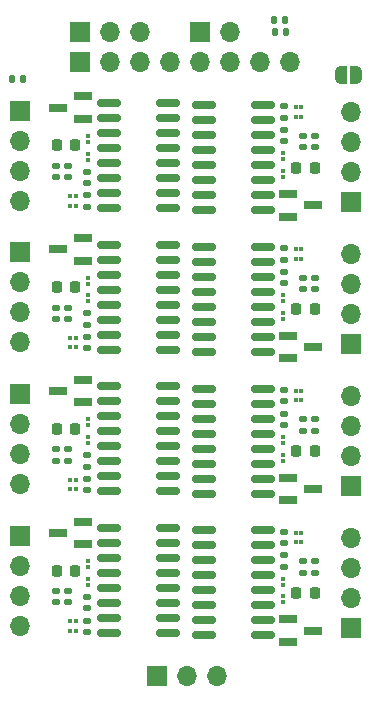
<source format=gts>
%TF.GenerationSoftware,KiCad,Pcbnew,7.0.2-6a45011f42~172~ubuntu22.04.1*%
%TF.CreationDate,2023-05-07T18:17:35+01:00*%
%TF.ProjectId,octoHX711,6f63746f-4858-4373-9131-2e6b69636164,rev?*%
%TF.SameCoordinates,Original*%
%TF.FileFunction,Soldermask,Top*%
%TF.FilePolarity,Negative*%
%FSLAX46Y46*%
G04 Gerber Fmt 4.6, Leading zero omitted, Abs format (unit mm)*
G04 Created by KiCad (PCBNEW 7.0.2-6a45011f42~172~ubuntu22.04.1) date 2023-05-07 18:17:35*
%MOMM*%
%LPD*%
G01*
G04 APERTURE LIST*
G04 Aperture macros list*
%AMRoundRect*
0 Rectangle with rounded corners*
0 $1 Rounding radius*
0 $2 $3 $4 $5 $6 $7 $8 $9 X,Y pos of 4 corners*
0 Add a 4 corners polygon primitive as box body*
4,1,4,$2,$3,$4,$5,$6,$7,$8,$9,$2,$3,0*
0 Add four circle primitives for the rounded corners*
1,1,$1+$1,$2,$3*
1,1,$1+$1,$4,$5*
1,1,$1+$1,$6,$7*
1,1,$1+$1,$8,$9*
0 Add four rect primitives between the rounded corners*
20,1,$1+$1,$2,$3,$4,$5,0*
20,1,$1+$1,$4,$5,$6,$7,0*
20,1,$1+$1,$6,$7,$8,$9,0*
20,1,$1+$1,$8,$9,$2,$3,0*%
%AMFreePoly0*
4,1,19,0.500000,-0.750000,0.000000,-0.750000,0.000000,-0.744911,-0.071157,-0.744911,-0.207708,-0.704816,-0.327430,-0.627875,-0.420627,-0.520320,-0.479746,-0.390866,-0.500000,-0.250000,-0.500000,0.250000,-0.479746,0.390866,-0.420627,0.520320,-0.327430,0.627875,-0.207708,0.704816,-0.071157,0.744911,0.000000,0.744911,0.000000,0.750000,0.500000,0.750000,0.500000,-0.750000,0.500000,-0.750000,
$1*%
%AMFreePoly1*
4,1,19,0.000000,0.744911,0.071157,0.744911,0.207708,0.704816,0.327430,0.627875,0.420627,0.520320,0.479746,0.390866,0.500000,0.250000,0.500000,-0.250000,0.479746,-0.390866,0.420627,-0.520320,0.327430,-0.627875,0.207708,-0.704816,0.071157,-0.744911,0.000000,-0.744911,0.000000,-0.750000,-0.500000,-0.750000,-0.500000,0.750000,0.000000,0.750000,0.000000,0.744911,0.000000,0.744911,
$1*%
G04 Aperture macros list end*
%ADD10FreePoly0,0.000000*%
%ADD11FreePoly1,0.000000*%
%ADD12RoundRect,0.140000X-0.140000X-0.170000X0.140000X-0.170000X0.140000X0.170000X-0.140000X0.170000X0*%
%ADD13O,1.700000X1.700000*%
%ADD14R,1.700000X1.700000*%
%ADD15RoundRect,0.150000X0.850000X0.150000X-0.850000X0.150000X-0.850000X-0.150000X0.850000X-0.150000X0*%
%ADD16RoundRect,0.150000X-0.850000X-0.150000X0.850000X-0.150000X0.850000X0.150000X-0.850000X0.150000X0*%
%ADD17RoundRect,0.075000X0.125000X0.075000X-0.125000X0.075000X-0.125000X-0.075000X0.125000X-0.075000X0*%
%ADD18RoundRect,0.075000X0.075000X-0.125000X0.075000X0.125000X-0.075000X0.125000X-0.075000X-0.125000X0*%
%ADD19RoundRect,0.075000X-0.125000X-0.075000X0.125000X-0.075000X0.125000X0.075000X-0.125000X0.075000X0*%
%ADD20RoundRect,0.075000X-0.075000X0.125000X-0.075000X-0.125000X0.075000X-0.125000X0.075000X0.125000X0*%
%ADD21RoundRect,0.070000X-0.650000X-0.300000X0.650000X-0.300000X0.650000X0.300000X-0.650000X0.300000X0*%
%ADD22RoundRect,0.070000X0.650000X0.300000X-0.650000X0.300000X-0.650000X-0.300000X0.650000X-0.300000X0*%
%ADD23RoundRect,0.218750X0.218750X0.256250X-0.218750X0.256250X-0.218750X-0.256250X0.218750X-0.256250X0*%
%ADD24RoundRect,0.218750X-0.218750X-0.256250X0.218750X-0.256250X0.218750X0.256250X-0.218750X0.256250X0*%
%ADD25RoundRect,0.140000X-0.170000X0.140000X-0.170000X-0.140000X0.170000X-0.140000X0.170000X0.140000X0*%
%ADD26RoundRect,0.140000X0.170000X-0.140000X0.170000X0.140000X-0.170000X0.140000X-0.170000X-0.140000X0*%
G04 APERTURE END LIST*
D10*
%TO.C,JP1*%
X154050000Y-71100000D03*
D11*
X155350000Y-71100000D03*
%TD*%
D12*
%TO.C,C35*%
X149395000Y-67455000D03*
X148435000Y-67455000D03*
%TD*%
%TO.C,C34*%
X149355000Y-66455000D03*
X148395000Y-66455000D03*
%TD*%
%TO.C,C33*%
X126220000Y-71400000D03*
X127180000Y-71400000D03*
%TD*%
D13*
%TO.C,J12*%
X143540000Y-122000000D03*
X141000000Y-122000000D03*
D14*
X138460000Y-122000000D03*
%TD*%
D15*
%TO.C,U8*%
X142435000Y-82535000D03*
X142435000Y-81265000D03*
X142435000Y-79995000D03*
X142435000Y-78725000D03*
X142435000Y-77455000D03*
X142435000Y-76185000D03*
X142435000Y-74915000D03*
X142435000Y-73645000D03*
X147435000Y-73645000D03*
X147435000Y-74915000D03*
X147435000Y-76185000D03*
X147435000Y-77455000D03*
X147435000Y-78725000D03*
X147435000Y-79995000D03*
X147435000Y-81265000D03*
X147435000Y-82535000D03*
%TD*%
%TO.C,U7*%
X142435000Y-94535000D03*
X142435000Y-93265000D03*
X142435000Y-91995000D03*
X142435000Y-90725000D03*
X142435000Y-89455000D03*
X142435000Y-88185000D03*
X142435000Y-86915000D03*
X142435000Y-85645000D03*
X147435000Y-85645000D03*
X147435000Y-86915000D03*
X147435000Y-88185000D03*
X147435000Y-89455000D03*
X147435000Y-90725000D03*
X147435000Y-91995000D03*
X147435000Y-93265000D03*
X147435000Y-94535000D03*
%TD*%
%TO.C,U6*%
X142435000Y-106535000D03*
X142435000Y-105265000D03*
X142435000Y-103995000D03*
X142435000Y-102725000D03*
X142435000Y-101455000D03*
X142435000Y-100185000D03*
X142435000Y-98915000D03*
X142435000Y-97645000D03*
X147435000Y-97645000D03*
X147435000Y-98915000D03*
X147435000Y-100185000D03*
X147435000Y-101455000D03*
X147435000Y-102725000D03*
X147435000Y-103995000D03*
X147435000Y-105265000D03*
X147435000Y-106535000D03*
%TD*%
%TO.C,U5*%
X142435000Y-118535000D03*
X142435000Y-117265000D03*
X142435000Y-115995000D03*
X142435000Y-114725000D03*
X142435000Y-113455000D03*
X142435000Y-112185000D03*
X142435000Y-110915000D03*
X142435000Y-109645000D03*
X147435000Y-109645000D03*
X147435000Y-110915000D03*
X147435000Y-112185000D03*
X147435000Y-113455000D03*
X147435000Y-114725000D03*
X147435000Y-115995000D03*
X147435000Y-117265000D03*
X147435000Y-118535000D03*
%TD*%
D16*
%TO.C,U4*%
X139395000Y-109470000D03*
X139395000Y-110740000D03*
X139395000Y-112010000D03*
X139395000Y-113280000D03*
X139395000Y-114550000D03*
X139395000Y-115820000D03*
X139395000Y-117090000D03*
X139395000Y-118360000D03*
X134395000Y-118360000D03*
X134395000Y-117090000D03*
X134395000Y-115820000D03*
X134395000Y-114550000D03*
X134395000Y-113280000D03*
X134395000Y-112010000D03*
X134395000Y-110740000D03*
X134395000Y-109470000D03*
%TD*%
%TO.C,U3*%
X139395000Y-97470000D03*
X139395000Y-98740000D03*
X139395000Y-100010000D03*
X139395000Y-101280000D03*
X139395000Y-102550000D03*
X139395000Y-103820000D03*
X139395000Y-105090000D03*
X139395000Y-106360000D03*
X134395000Y-106360000D03*
X134395000Y-105090000D03*
X134395000Y-103820000D03*
X134395000Y-102550000D03*
X134395000Y-101280000D03*
X134395000Y-100010000D03*
X134395000Y-98740000D03*
X134395000Y-97470000D03*
%TD*%
%TO.C,U2*%
X139395000Y-85470000D03*
X139395000Y-86740000D03*
X139395000Y-88010000D03*
X139395000Y-89280000D03*
X139395000Y-90550000D03*
X139395000Y-91820000D03*
X139395000Y-93090000D03*
X139395000Y-94360000D03*
X134395000Y-94360000D03*
X134395000Y-93090000D03*
X134395000Y-91820000D03*
X134395000Y-90550000D03*
X134395000Y-89280000D03*
X134395000Y-88010000D03*
X134395000Y-86740000D03*
X134395000Y-85470000D03*
%TD*%
D17*
%TO.C,R32*%
X150215000Y-74640001D03*
X150715000Y-74640001D03*
%TD*%
%TO.C,R31*%
X150215000Y-73840001D03*
X150715000Y-73840001D03*
%TD*%
D18*
%TO.C,R30*%
X149165000Y-77740001D03*
X149165000Y-78240001D03*
%TD*%
%TO.C,R29*%
X149165000Y-79240000D03*
X149165000Y-79740000D03*
%TD*%
D17*
%TO.C,R28*%
X150215000Y-86640001D03*
X150715000Y-86640001D03*
%TD*%
%TO.C,R27*%
X150215000Y-85840001D03*
X150715000Y-85840001D03*
%TD*%
D18*
%TO.C,R26*%
X149165000Y-89740001D03*
X149165000Y-90240001D03*
%TD*%
%TO.C,R25*%
X149165000Y-91240000D03*
X149165000Y-91740000D03*
%TD*%
D17*
%TO.C,R24*%
X150215000Y-98640001D03*
X150715000Y-98640001D03*
%TD*%
%TO.C,R23*%
X150215000Y-97840001D03*
X150715000Y-97840001D03*
%TD*%
D18*
%TO.C,R22*%
X149165000Y-101740001D03*
X149165000Y-102240001D03*
%TD*%
%TO.C,R21*%
X149165000Y-103240000D03*
X149165000Y-103740000D03*
%TD*%
D17*
%TO.C,R20*%
X150215000Y-110640001D03*
X150715000Y-110640001D03*
%TD*%
%TO.C,R19*%
X150215000Y-109840001D03*
X150715000Y-109840001D03*
%TD*%
D18*
%TO.C,R18*%
X149165000Y-113740001D03*
X149165000Y-114240001D03*
%TD*%
%TO.C,R17*%
X149165000Y-115240000D03*
X149165000Y-115740000D03*
%TD*%
D19*
%TO.C,R16*%
X131615000Y-117365000D03*
X131115000Y-117365000D03*
%TD*%
%TO.C,R15*%
X131615000Y-118165000D03*
X131115000Y-118165000D03*
%TD*%
D20*
%TO.C,R14*%
X132665000Y-114265000D03*
X132665000Y-113765000D03*
%TD*%
%TO.C,R13*%
X132665000Y-112765000D03*
X132665000Y-112265000D03*
%TD*%
D19*
%TO.C,R12*%
X131615000Y-105365000D03*
X131115000Y-105365000D03*
%TD*%
%TO.C,R11*%
X131615000Y-106165000D03*
X131115000Y-106165000D03*
%TD*%
D20*
%TO.C,R10*%
X132665000Y-102265000D03*
X132665000Y-101765000D03*
%TD*%
%TO.C,R9*%
X132665000Y-100765000D03*
X132665000Y-100265000D03*
%TD*%
D19*
%TO.C,R8*%
X131615000Y-93365000D03*
X131115000Y-93365000D03*
%TD*%
%TO.C,R7*%
X131615000Y-94165000D03*
X131115000Y-94165000D03*
%TD*%
D20*
%TO.C,R6*%
X132665000Y-90265000D03*
X132665000Y-89765000D03*
%TD*%
%TO.C,R5*%
X132665000Y-88765000D03*
X132665000Y-88265000D03*
%TD*%
D21*
%TO.C,Q8*%
X149614999Y-81190000D03*
X149614999Y-83090000D03*
X151714999Y-82140000D03*
%TD*%
%TO.C,Q7*%
X149614999Y-93190000D03*
X149614999Y-95090000D03*
X151714999Y-94140000D03*
%TD*%
%TO.C,Q6*%
X149614999Y-105190000D03*
X149614999Y-107090000D03*
X151714999Y-106140000D03*
%TD*%
%TO.C,Q5*%
X149614999Y-117190000D03*
X149614999Y-119090000D03*
X151714999Y-118140000D03*
%TD*%
D22*
%TO.C,Q4*%
X132215000Y-110815000D03*
X132215000Y-108915000D03*
X130115000Y-109865000D03*
%TD*%
%TO.C,Q3*%
X132215000Y-98815000D03*
X132215000Y-96915000D03*
X130115000Y-97865000D03*
%TD*%
%TO.C,Q2*%
X132215000Y-86815000D03*
X132215000Y-84915000D03*
X130115000Y-85865000D03*
%TD*%
D23*
%TO.C,L8*%
X150277500Y-78940000D03*
X151852500Y-78940000D03*
%TD*%
%TO.C,L7*%
X150277500Y-90940000D03*
X151852500Y-90940000D03*
%TD*%
%TO.C,L6*%
X150277500Y-102940000D03*
X151852500Y-102940000D03*
%TD*%
%TO.C,L5*%
X150277500Y-114940000D03*
X151852500Y-114940000D03*
%TD*%
D24*
%TO.C,L4*%
X131552500Y-113065000D03*
X129977500Y-113065000D03*
%TD*%
%TO.C,L3*%
X131552500Y-101065000D03*
X129977500Y-101065000D03*
%TD*%
%TO.C,L2*%
X131552500Y-89065000D03*
X129977500Y-89065000D03*
%TD*%
D13*
%TO.C,J8*%
X154935000Y-74270000D03*
X154935000Y-76810000D03*
X154935000Y-79350000D03*
D14*
X154935000Y-81890000D03*
%TD*%
D13*
%TO.C,J7*%
X154935000Y-86270000D03*
X154935000Y-88810000D03*
X154935000Y-91350000D03*
D14*
X154935000Y-93890000D03*
%TD*%
D13*
%TO.C,J6*%
X154935000Y-98270000D03*
X154935000Y-100810000D03*
X154935000Y-103350000D03*
D14*
X154935000Y-105890000D03*
%TD*%
D13*
%TO.C,J5*%
X154935000Y-110270000D03*
X154935000Y-112810000D03*
X154935000Y-115350000D03*
D14*
X154935000Y-117890000D03*
%TD*%
D13*
%TO.C,J4*%
X126895000Y-117735000D03*
X126895000Y-115195000D03*
X126895000Y-112655000D03*
D14*
X126895000Y-110115000D03*
%TD*%
D13*
%TO.C,J3*%
X126895000Y-105735000D03*
X126895000Y-103195000D03*
X126895000Y-100655000D03*
D14*
X126895000Y-98115000D03*
%TD*%
%TO.C,J2*%
X126895000Y-86115000D03*
D13*
X126895000Y-88655000D03*
X126895000Y-91195000D03*
X126895000Y-93735000D03*
%TD*%
%TO.C,J1*%
X126895000Y-81735000D03*
X126895000Y-79195000D03*
X126895000Y-76655000D03*
D14*
X126895000Y-74115000D03*
%TD*%
D25*
%TO.C,C32*%
X149265000Y-76720001D03*
X149265000Y-75760001D03*
%TD*%
%TO.C,C31*%
X149265000Y-74720001D03*
X149265000Y-73760001D03*
%TD*%
D26*
%TO.C,C30*%
X151865000Y-76260001D03*
X151865000Y-77220001D03*
%TD*%
%TO.C,C29*%
X150865000Y-76260001D03*
X150865000Y-77220001D03*
%TD*%
D25*
%TO.C,C28*%
X149265000Y-88720001D03*
X149265000Y-87760001D03*
%TD*%
%TO.C,C27*%
X149265000Y-86720001D03*
X149265000Y-85760001D03*
%TD*%
D26*
%TO.C,C26*%
X151865000Y-88260001D03*
X151865000Y-89220001D03*
%TD*%
%TO.C,C25*%
X150865000Y-88260001D03*
X150865000Y-89220001D03*
%TD*%
D25*
%TO.C,C24*%
X149265000Y-100720001D03*
X149265000Y-99760001D03*
%TD*%
%TO.C,C23*%
X149265000Y-98720001D03*
X149265000Y-97760001D03*
%TD*%
D26*
%TO.C,C22*%
X151865000Y-100260001D03*
X151865000Y-101220001D03*
%TD*%
%TO.C,C21*%
X150865000Y-100260001D03*
X150865000Y-101220001D03*
%TD*%
D25*
%TO.C,C20*%
X149265000Y-112720001D03*
X149265000Y-111760001D03*
%TD*%
%TO.C,C19*%
X149265000Y-110720001D03*
X149265000Y-109760001D03*
%TD*%
D26*
%TO.C,C18*%
X151865000Y-112260001D03*
X151865000Y-113220001D03*
%TD*%
%TO.C,C17*%
X150865000Y-112260001D03*
X150865000Y-113220001D03*
%TD*%
%TO.C,C16*%
X132565000Y-115285000D03*
X132565000Y-116245000D03*
%TD*%
%TO.C,C15*%
X132565000Y-117285000D03*
X132565000Y-118245000D03*
%TD*%
D25*
%TO.C,C14*%
X129965000Y-115745000D03*
X129965000Y-114785000D03*
%TD*%
%TO.C,C13*%
X130965000Y-115745000D03*
X130965000Y-114785000D03*
%TD*%
D26*
%TO.C,C12*%
X132565000Y-103285000D03*
X132565000Y-104245000D03*
%TD*%
%TO.C,C11*%
X132565000Y-105285000D03*
X132565000Y-106245000D03*
%TD*%
D25*
%TO.C,C10*%
X129965000Y-103745000D03*
X129965000Y-102785000D03*
%TD*%
%TO.C,C9*%
X130965000Y-103745000D03*
X130965000Y-102785000D03*
%TD*%
D26*
%TO.C,C8*%
X132565000Y-91285000D03*
X132565000Y-92245000D03*
%TD*%
%TO.C,C7*%
X132565000Y-93285000D03*
X132565000Y-94245000D03*
%TD*%
D25*
%TO.C,C6*%
X129965000Y-91745000D03*
X129965000Y-90785000D03*
%TD*%
%TO.C,C5*%
X130965000Y-91745000D03*
X130965000Y-90785000D03*
%TD*%
D22*
%TO.C,Q1*%
X130115000Y-73865000D03*
X132215000Y-72915000D03*
X132215000Y-74815000D03*
%TD*%
D20*
%TO.C,R1*%
X132665000Y-76265000D03*
X132665000Y-76765000D03*
%TD*%
D14*
%TO.C,J9*%
X132000000Y-70000000D03*
D13*
X134540000Y-70000000D03*
X137080000Y-70000000D03*
X139620000Y-70000000D03*
X142160000Y-70000000D03*
X144700000Y-70000000D03*
X147240000Y-70000000D03*
X149780000Y-70000000D03*
%TD*%
D25*
%TO.C,C2*%
X129965000Y-79745000D03*
X129965000Y-78785000D03*
%TD*%
D26*
%TO.C,C4*%
X132565000Y-79285000D03*
X132565000Y-80245000D03*
%TD*%
D19*
%TO.C,R3*%
X131615000Y-82165000D03*
X131115000Y-82165000D03*
%TD*%
D14*
%TO.C,J10*%
X132000000Y-67415000D03*
D13*
X134540000Y-67415000D03*
X137080000Y-67415000D03*
%TD*%
%TO.C,J11*%
X144675000Y-67415000D03*
D14*
X142135000Y-67415000D03*
%TD*%
D19*
%TO.C,R4*%
X131615000Y-81365000D03*
X131115000Y-81365000D03*
%TD*%
D24*
%TO.C,L1*%
X131552500Y-77065000D03*
X129977500Y-77065000D03*
%TD*%
D25*
%TO.C,C1*%
X130965000Y-79745000D03*
X130965000Y-78785000D03*
%TD*%
D20*
%TO.C,R2*%
X132665000Y-78265000D03*
X132665000Y-77765000D03*
%TD*%
D16*
%TO.C,U1*%
X139395000Y-73470000D03*
X139395000Y-74740000D03*
X139395000Y-76010000D03*
X139395000Y-77280000D03*
X139395000Y-78550000D03*
X139395000Y-79820000D03*
X139395000Y-81090000D03*
X139395000Y-82360000D03*
X134395000Y-82360000D03*
X134395000Y-81090000D03*
X134395000Y-79820000D03*
X134395000Y-78550000D03*
X134395000Y-77280000D03*
X134395000Y-76010000D03*
X134395000Y-74740000D03*
X134395000Y-73470000D03*
%TD*%
D26*
%TO.C,C3*%
X132565000Y-81285000D03*
X132565000Y-82245000D03*
%TD*%
M02*

</source>
